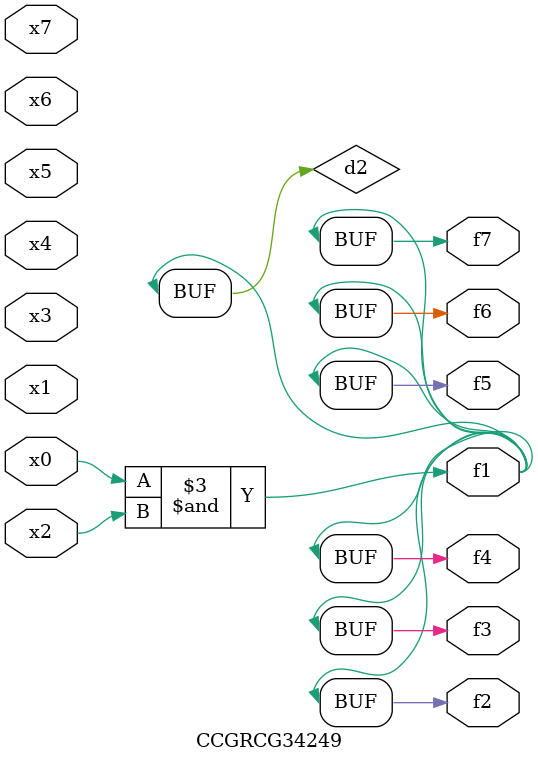
<source format=v>
module CCGRCG34249(
	input x0, x1, x2, x3, x4, x5, x6, x7,
	output f1, f2, f3, f4, f5, f6, f7
);

	wire d1, d2;

	nor (d1, x3, x6);
	and (d2, x0, x2);
	assign f1 = d2;
	assign f2 = d2;
	assign f3 = d2;
	assign f4 = d2;
	assign f5 = d2;
	assign f6 = d2;
	assign f7 = d2;
endmodule

</source>
